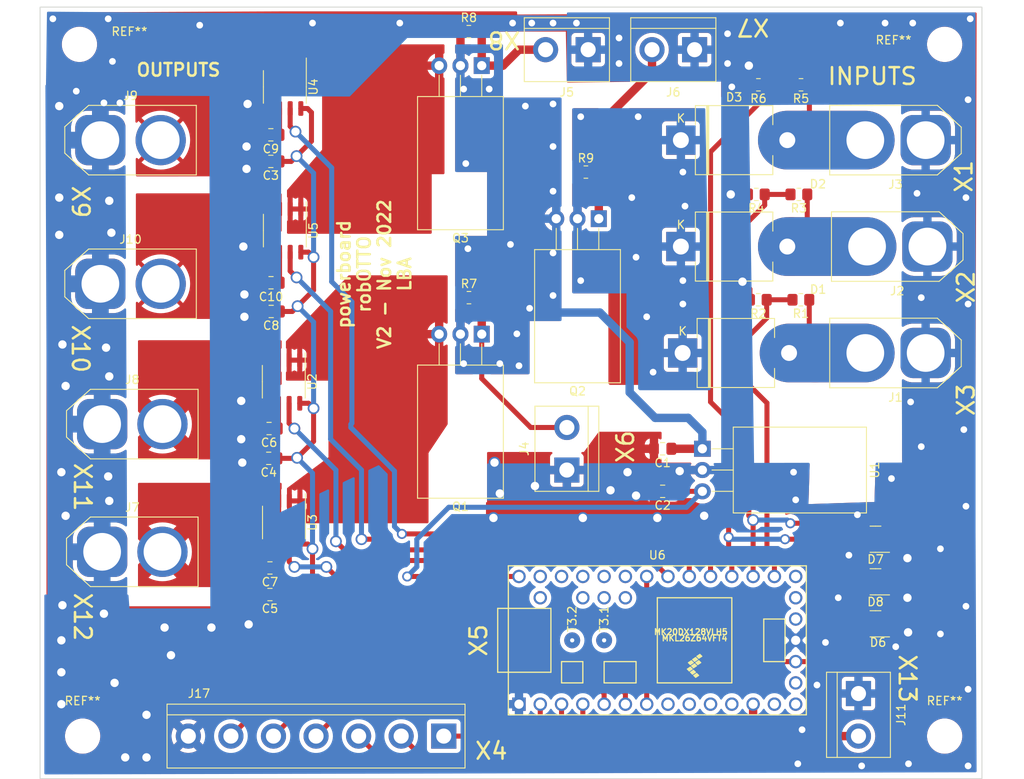
<source format=kicad_pcb>
(kicad_pcb (version 20211014) (generator pcbnew)
  (layers (0 "F.Cu" signal) (31 "B.Cu" signal) (34 "B.Paste" user) (35 "F.Paste" user) (36 "B.SilkS" user "B.Silkscreen") (37 "F.SilkS" user "F.Silkscreen") (38 "B.Mask" user) (39 "F.Mask" user) (44 "Edge.Cuts" user))
  (net 0 "")
  (net 1 "Net-(C1-Pad1)")
  (net 2 "GND")
  (net 3 "Net-(C6-Pad1)")
  (net 4 "Net-(C7-Pad1)")
  (net 5 "Net-(D1-Pad1)")
  (net 6 "Net-(D1-Pad2)")
  (net 7 "Net-(D2-Pad2)")
  (net 8 "Net-(D3-Pad2)")
  (net 9 "BAT1")
  (net 10 "BAT2")
  (net 11 "PS")
  (net 12 "+5V")
  (net 13 "+3.3V")
  (net 14 "Net-(J4-Pad2)")
  (net 15 "Net-(J5-Pad2)")
  (net 16 "Net-(J8-Pad2)")
  (net 17 "Net-(C9-Pad1)")
  (net 18 "Net-(C10-Pad1)")
  (net 19 "I4")
  (net 20 "Net-(J6-Pad2)")
  (net 21 "Net-(J7-Pad2)")
  (net 22 "Net-(J9-Pad2)")
  (net 23 "Net-(U6-Pad12)")
  (net 24 "Net-(Q1-Pad3)")
  (net 25 "Net-(Q3-Pad3)")
  (net 26 "I3")
  (net 29 "I1")
  (net 30 "I2")
  (net 44 "Net-(J17-Pad1)")
  (net 49 "Net-(J10-Pad2)")
  (net 50 "Net-(J17-Pad2)")
  (net 51 "Net-(J17-Pad3)")
  (net 52 "Net-(J17-Pad4)")
  (net 53 "Net-(J17-Pad5)")
  (net 54 "Net-(J17-Pad6)")
  (footprint "Package_SO:SO-8_3.9x4.9mm_P1.27mm" (layer "F.Cu") (at 189.23 78.105 -90)
    (fp_text reference "U5")
    (fp_text value "ACHS-712X")
  )
  (footprint "Resistor_SMD:R_0805_2012Metric_Pad1.20x1.40mm_HandSolder" (layer "F.Cu") (at 211.185 54.356)
    (fp_text reference "R8")
    (fp_text value "R")
  )
  (footprint "Package_TO_SOT_SMD:SOT-23" (layer "F.Cu") (at 259.715 120.015 180)
    (fp_text reference "D8")
    (fp_text value "BAT54S")
  )
  (footprint "MountingHole:MountingHole_3.2mm_M3" (layer "F.Cu") (at 165.1 138.43)
    (fp_text reference "REF**")
    (fp_text value "MountingHole_3.2mm_M3")
  )
  (footprint "Capacitor_SMD:C_0805_2012Metric_Pad1.18x1.45mm_HandSolder" (layer "F.Cu") (at 187.3035 105.283 180)
    (fp_text reference "C4")
    (fp_text value "1u")
  )
  (footprint "Resistor_SMD:R_0805_2012Metric_Pad1.20x1.40mm_HandSolder" (layer "F.Cu") (at 225.155 71.12)
    (fp_text reference "R9")
    (fp_text value "R")
  )
  (footprint "Package_TO_SOT_THT:TO-220-3_Horizontal_TabDown" (layer "F.Cu") (at 212.725 90.465 180)
    (fp_text reference "Q1")
    (fp_text value "Q_PMOS_GDS")
  )
  (footprint "Connector_AMASS:AMASS_XT60-F_1x02_P7.20mm_Vertical" (layer "F.Cu") (at 167.215 84.455)
    (fp_text reference "J10")
    (fp_text value "Conn_01x02_Male")
  )
  (footprint "Resistor_SMD:R_0805_2012Metric_Pad1.20x1.40mm_HandSolder" (layer "F.Cu") (at 250.809 86.36 180)
    (fp_text reference "R1")
    (fp_text value "R")
  )
  (footprint "Connector_AMASS:AMASS_XT60-M_1x02_P7.20mm_Vertical" (layer "F.Cu") (at 265.7 92.71 180)
    (fp_text reference "J1")
    (fp_text value "Conn_01x02_Male")
  )
  (footprint "Capacitor_SMD:C_0805_2012Metric_Pad1.18x1.45mm_HandSolder" (layer "F.Cu") (at 187.5575 69.85 180)
    (fp_text reference "C3")
    (fp_text value "C")
  )
  (footprint "robotto:TerminalBlock_bornier-2_P5.08mm" (layer "F.Cu") (at 222.885 106.68 90)
    (fp_text reference "J4")
    (fp_text value "Conn_01x02_Male")
  )
  (footprint "Resistor_SMD:R_0805_2012Metric_Pad1.20x1.40mm_HandSolder" (layer "F.Cu") (at 245.491 73.787 180)
    (fp_text reference "R4")
    (fp_text value "R")
  )
  (footprint "Capacitor_SMD:C_0805_2012Metric_Pad1.18x1.45mm_HandSolder" (layer "F.Cu") (at 187.6005 87.757 180)
    (fp_text reference "C8")
    (fp_text value "C")
  )
  (footprint "Capacitor_SMD:C_0805_2012Metric_Pad1.18x1.45mm_HandSolder" (layer "F.Cu") (at 187.452 118.364 180)
    (fp_text reference "C7")
    (fp_text value "C")
  )
  (footprint "MountingHole:MountingHole_3.2mm_M3" (layer "F.Cu") (at 164.719 55.88)
    (fp_text reference "REF**")
    (fp_text value "MountingHole_3.2mm_M3")
  )
  (footprint "Package_TO_SOT_THT:TO-220-3_Horizontal_TabDown" (layer "F.Cu") (at 226.695 76.685 180)
    (fp_text reference "Q2")
    (fp_text value "Q_PMOS_GDS")
  )
  (footprint "robotto-footprints:D_5KPW_P12.70mm_Horizontal" (layer "F.Cu") (at 236.49 67.31)
    (fp_text reference "D3")
    (fp_text value "D")
  )
  (footprint "robotto-footprints:D_5KPW_P12.70mm_Horizontal" (layer "F.Cu") (at 236.49 80.01)
    (fp_text reference "D2")
    (fp_text value "D")
  )
  (footprint "robotto:TerminalBlock_bornier-2_P5.08mm" (layer "F.Cu") (at 257.683 133.35 -90)
    (fp_text reference "J11")
    (fp_text value "Conn_01x02_Male")
  )
  (footprint "Package_TO_SOT_SMD:SOT-23" (layer "F.Cu") (at 259.715 114.935 180)
    (fp_text reference "D7")
    (fp_text value "BAT54S")
  )
  (footprint "Package_TO_SOT_SMD:SOT-23" (layer "F.Cu") (at 259.715 125.029 180)
    (fp_text reference "D6")
    (fp_text value "BAT54S")
  )
  (footprint "Package_TO_SOT_THT:TO-220-3_Horizontal_TabDown" (layer "F.Cu") (at 239.055 104.14 -90)
    (fp_text reference "U1")
    (fp_text value "L7805")
  )
  (footprint "Package_SO:SO-8_3.9x4.9mm_P1.27mm" (layer "F.Cu") (at 189.103 96.139 -90)
    (fp_text reference "U2")
    (fp_text value "ACHS-712X")
  )
  (footprint "Resistor_SMD:R_0805_2012Metric_Pad1.20x1.40mm_HandSolder" (layer "F.Cu") (at 250.825 60.706 180)
    (fp_text reference "R5")
    (fp_text value "R")
  )
  (footprint "Connector_AMASS:AMASS_XT60-F_1x02_P7.20mm_Vertical" (layer "F.Cu") (at 167.425 116.4375)
    (fp_text reference "J7")
    (fp_text value "Conn_01x02_Male")
  )
  (footprint "Resistor_SMD:R_0805_2012Metric_Pad1.20x1.40mm_HandSolder" (layer "F.Cu") (at 245.745 60.706 180)
    (fp_text reference "R6")
    (fp_text value "R")
  )
  (footprint "Connector_AMASS:AMASS_XT60-M_1x02_P7.20mm_Vertical" (layer "F.Cu") (at 265.91 80.01 180)
    (fp_text reference "J2")
    (fp_text value "Conn_01x02_Male")
  )
  (footprint "Package_TO_SOT_THT:TO-220-3_Horizontal_TabDown" (layer "F.Cu") (at 212.725 58.42 180)
    (fp_text reference "Q3")
    (fp_text value "Q_PMOS_GDS")
  )
  (footprint "Capacitor_SMD:C_0805_2012Metric_Pad1.18x1.45mm_HandSolder" (layer "F.Cu") (at 187.3465 101.727 180)
    (fp_text reference "C6")
    (fp_text value "1n")
  )
  (footprint "robotto:TerminalBlock_bornier-2_P5.08mm" (layer "F.Cu") (at 225.425 56.515 180)
    (fp_text reference "J5")
    (fp_text value "Conn_01x02_Male")
  )
  (footprint "Connector_AMASS:AMASS_XT60-M_1x02_P7.20mm_Vertical" (layer "F.Cu") (at 265.7 67.31 180)
    (fp_text reference "J3")
    (fp_text value "Conn_01x02_Male")
  )
  (footprint "Package_SO:SO-8_3.9x4.9mm_P1.27mm" (layer "F.Cu") (at 189.23 60.96 -90)
    (fp_text reference "U4")
    (fp_text value "ACHS-712X")
  )
  (footprint "Package_SO:SO-8_3.9x4.9mm_P1.27mm" (layer "F.Cu") (at 189.1245 112.938 -90)
    (fp_text reference "U3")
    (fp_text value "ACHS-712X")
  )
  (footprint "MountingHole:MountingHole_3.2mm_M3" (layer "F.Cu") (at 267.97 138.43)
    (fp_text reference "REF**")
    (fp_text value "MountingHole_3.2mm_M3")
  )
  (footprint "Resistor_SMD:R_0805_2012Metric_Pad1.20x1.40mm_HandSolder" (layer "F.Cu") (at 245.729 86.36 180)
    (fp_text reference "R2")
    (fp_text value "R")
  )
  (footprint "robotto-footprints:Teensy30_31_32_LC" (layer "F.Cu") (at 233.68 127)
    (fp_text reference "U6")
    (fp_text value "Teensy3.2")
  )
  (footprint "robotto:TerminalBlock_bornier-2_P5.08mm" (layer "F.Cu") (at 238.125 56.515 180)
    (fp_text reference "J6")
    (fp_text value "Conn_01x02_Male")
  )
  (footprint "Capacitor_SMD:C_0805_2012Metric_Pad1.18x1.45mm_HandSolder" (layer "F.Cu") (at 187.579 84.328 180)
    (fp_text reference "C10")
    (fp_text value "C")
  )
  (footprint "Capacitor_SMD:C_0805_2012Metric_Pad1.18x1.45mm_HandSolder" (layer "F.Cu") (at 187.452 121.539 180)
    (fp_text reference "C5")
    (fp_text value "C")
  )
  (footprint "Capacitor_SMD:C_0805_2012Metric_Pad1.18x1.45mm_HandSolder" (layer "F.Cu") (at 234.315 104.14 180)
    (fp_text reference "C1")
    (fp_text value "C")
  )
  (footprint "Connector_AMASS:AMASS_XT60-F_1x02_P7.20mm_Vertical" (layer "F.Cu") (at 167.425 101.1975)
    (fp_text reference "J8")
    (fp_text value "Conn_01x02_Male")
  )
  (footprint "Capacitor_SMD:C_0805_2012Metric_Pad1.18x1.45mm_HandSolder" (layer "F.Cu") (at 187.5575 66.675 180)
    (fp_text reference "C9")
    (fp_text value "C")
  )
  (footprint "robotto-footprints:D_5KPW_P12.70mm_Horizontal" (layer "F.Cu") (at 236.7 92.71)
    (fp_text reference "D1")
    (fp_text value "D")
  )
  (footprint "Resistor_SMD:R_0805_2012Metric_Pad1.20x1.40mm_HandSolder" (layer "F.Cu") (at 211.201 86.106)
    (fp_text reference "R7")
    (fp_text value "R")
  )
  (footprint "Capacitor_SMD:C_0805_2012Metric_Pad1.18x1.45mm_HandSolder" (layer "F.Cu") (at 234.315 109.22 180)
    (fp_text reference "C2")
    (fp_text value "C")
  )
  (footprint "Connector_AMASS:AMASS_XT60-F_1x02_P7.20mm_Vertical" (layer "F.Cu") (at 167.215 67.31)
    (fp_text reference "J9")
    (fp_text value "Conn_01x02_Male")
  )
  (footprint "MountingHole:MountingHole_3.2mm_M3" (layer "F.Cu") (at 267.97 55.88)
    (fp_text reference "REF**")
    (fp_text value "MountingHole_3.2mm_M3")
  )
  (footprint "Resistor_SMD:R_0805_2012Metric_Pad1.20x1.40mm_HandSolder" (layer "F.Cu") (at 250.571 73.787 180)
    (fp_text reference "R3")
    (fp_text value "R")
  )
  (footprint "robotto:TerminalBlock_bornier-7_P5.08mm" (layer "F.Cu") (at 208.1925 138.43 180)
    (fp_text reference "J17")
    (fp_text value "Conn_01x07_Female")
  )
  (gr_rect (start 272.415 143.51) (end 160.02 51.435) (layer "Edge.Cuts") (width 0.1) (fill none))
  (gr_text "X6" (at 229.87 103.886 90) (layer "F.SilkS") (effects (font (size 2 2) (thickness 0.3))))
  (gr_text "X7" (at 245.11 53.848 180) (layer "F.SilkS") (effects (font (size 2 2) (thickness 0.3))))
  (gr_text "INPUTS" (at 259.334 59.69) (layer "F.SilkS") (effects (font (size 2 2) (thickness 0.3))))
  (gr_text "X9" (at 164.846 74.676 270) (layer "F.SilkS") (effects (font (size 2 2) (thickness 0.3))))
  (gr_text "X8" (at 215.392 55.372 180) (layer "F.SilkS") (effects (font (size 2 2) (thickness 0.3))))
  (gr_text "X2" (at 270.51 84.836 90) (layer "F.SilkS") (effects (font (size 2 2) (thickness 0.3))))
  (gr_text "X4" (at 213.868 140.208) (layer "F.SilkS") (effects (font (size 2 2) (thickness 0.3))))
  (gr_text "X10" (at 164.846 92.202 270) (layer "F.SilkS") (effects (font (size 2 2) (thickness 0.3))))
  (gr_text "powerboard\nrobOTTO\nV2 - Nov 2022\nLBA" (at 199.898 83.312 90) (layer "F.SilkS") (effects (font (size 1.5 1.5) (thickness 0.3))))
  (gr_text "X11" (at 165.1 108.712 270) (layer "F.SilkS") (effects (font (size 2 2) (thickness 0.3))))
  (gr_text "X13" (at 263.525 131.572 270) (layer "F.SilkS") (effects (font (size 2 2) (thickness 0.3))))
  (gr_text "X12" (at 165.1 124.206 270) (layer "F.SilkS") (effects (font (size 2 2) (thickness 0.3))))
  (gr_text "X3" (at 270.51 98.298 90) (layer "F.SilkS") (effects (font (size 2 2) (thickness 0.3))))
  (gr_text "X5" (at 212.344 127 90) (layer "F.SilkS") (effects (font (size 2 2) (thickness 0.3))))
  (gr_text "OUTPUTS" (at 176.53 58.928) (layer "F.SilkS") (effects (font (size 1.5 1.5) (thickness 0.3))))
  (gr_text "X1" (at 270.256 71.628 90) (layer "F.SilkS") (effects (font (size 2 2) (thickness 0.3))))
  (segment (start 210.185 90.465) (end 210.185 86.122) (width 1) (layer "F.Cu") (net 1))
  (segment (start 210.185 86.122) (end 210.201 86.106) (width 1) (layer "F.Cu") (net 1))
  (segment (start 239.055 104.14) (end 235.3525 104.14) (width 1) (layer "F.Cu") (net 1))
  (segment (start 210.185 54.356) (end 210.185 58.42) (width 1) (layer "F.Cu") (net 1))
  (via (at 221.234 62.992) (size 1.2) (drill 0.8) (layers "F.Cu" "B.Cu") (net 1))
  (via (at 210.566 93.98) (size 1.2) (drill 0.8) (layers "F.Cu" "B.Cu") (net 1))
  (via (at 213.614 61.214) (size 1.2) (drill 0.8) (layers "F.Cu" "B.Cu") (net 1))
  (via (at 210.82 70.104) (size 1.2) (drill 0.8) (layers "F.Cu" "B.Cu") (net 1))
  (via (at 211.074 80.264) (size 1.2) (drill 0.8) (layers "F.Cu" "B.Cu") (net 1))
  (via (at 216.154 79.756) (size 1.2) (drill 0.8) (layers "F.Cu" "B.Cu") (net 1))
  (via (at 214.884 93.98) (size 1.2) (drill 0.8) (layers "F.Cu" "B.Cu") (net 1))
  (via (at 216.916 90.424) (size 1.2) (drill 0.8) (layers "F.Cu" "B.Cu") (net 1))
  (via (at 221.234 68.072) (size 1.2) (drill 0.8) (layers "F.Cu" "B.Cu") (net 1))
  (via (at 221.234 85.852) (size 1.2) (drill 0.8) (layers "F.Cu" "B.Cu") (net 1))
  (via (at 221.234 80.772) (size 1.2) (drill 0.8) (layers "F.Cu" "B.Cu") (net 1))
  (via (at 221.234 73.406) (size 1.2) (drill 0.8) (layers "F.Cu" "B.Cu") (net 1))
  (via (at 218.44 87.376) (size 1.2) (drill 0.8) (layers "F.Cu" "B.Cu") (net 1))
  (via (at 210.566 61.214) (size 1.2) (drill 0.8) (layers "F.Cu" "B.Cu") (net 1))
  (via (at 217.17 94.234) (size 1.2) (drill 0.8) (layers "F.Cu" "B.Cu") (net 1))
  (via (at 217.932 63.246) (size 1.2) (drill 0.8) (layers "F.Cu" "B.Cu") (net 1))
  (segment (start 239.055 104.14) (end 239.055 102.149) (width 1) (layer "B.Cu") (net 1))
  (segment (start 230.378 97.409) (end 230.378 91.44) (width 1) (layer "B.Cu") (net 1))
  (segment (start 230.378 91.44) (end 226.822 87.884) (width 1) (layer "B.Cu") (net 1))
  (segment (start 233.426 100.457) (end 230.378 97.409) (width 1) (layer "B.Cu") (net 1))
  (segment (start 237.363 100.457) (end 233.426 100.457) (width 1) (layer "B.Cu") (net 1))
  (segment (start 226.822 87.884) (end 221.107 87.884) (width 1) (layer "B.Cu") (net 1))
  (segment (start 239.055 102.149) (end 237.363 100.457) (width 1) (layer "B.Cu") (net 1))
  (segment (start 260.6525 115.885) (end 262.219 115.885) (width 0.6) (layer "F.Cu") (net 2))
  (segment (start 262.57 120.965) (end 263.525 121.92) (width 0.6) (layer "F.Cu") (net 2))
  (segment (start 244.729 86.36) (end 244.729 85.09) (width 0.6) (layer "F.Cu") (net 2))
  (segment (start 260.6525 120.965) (end 262.57 120.965) (width 0.6) (layer "F.Cu") (net 2))
  (segment (start 244.491 73.787) (end 242.443 73.787) (width 0.6) (layer "F.Cu") (net 2))
  (segment (start 244.729 85.09) (end 243.84 84.201) (width 0.6) (layer "F.Cu") (net 2))
  (segment (start 263.5375 125.979) (end 260.6525 125.979) (width 0.6) (layer "F.Cu") (net 2))
  (segment (start 263.6035 126.045) (end 263.5375 125.979) (width 0.6) (layer "F.Cu") (net 2))
  (segment (start 244.745 58.563) (end 244.602 58.42) (width 0.6) (layer "F.Cu") (net 2))
  (segment (start 262.219 115.885) (end 263.525 117.191) (width 0.6) (layer "F.Cu") (net 2))
  (via (at 261.62 107.696) (size 1.2) (drill 0.8) (layers "F.Cu" "B.Cu") (net 2))
  (via (at 162.56 134.62) (size 1.4) (drill 1) (layers "F.Cu" "B.Cu") (net 2))
  (via (at 168.148 52.832) (size 1.2) (drill 0.8) (layers "F.Cu" "B.Cu") (net 2))
  (via (at 162.306 63.246) (size 1.4) (drill 1) (layers "F.Cu" "B.Cu") (net 2))
  (via (at 167.894 92.075) (size 1.4) (drill 1) (layers "F.Cu" "B.Cu") (net 2))
  (via (at 242.062 58.166) (size 1.2) (drill 0.8) (layers "F.Cu" "B.Cu") (net 2))
  (via (at 267.462 126.238) (size 1.2) (drill 0.8) (layers "F.Cu" "B.Cu") (net 2))
  (via (at 163.068 112.141) (size 1.4) (drill 1) (layers "F.Cu" "B.Cu") (net 2))
  (via (at 172.72 135.89) (size 1.4) (drill 1) (layers "F.Cu" "B.Cu") (net 2))
  (via (at 231.14 109.728) (size 1.4) (drill 1) (layers "F.Cu" "B.Cu") (net 2))
  (via (at 184.912 125.095) (size 1.4) (drill 1) (layers "F.Cu" "B.Cu") (net 2))
  (via (at 214.122 112.395) (size 1.4) (drill 1) (layers "F.Cu" "B.Cu") (net 2))
  (via (at 270.256 101.854) (size 1.2) (drill 0.8) (layers "F.Cu" "B.Cu") (net 2))
  (via (at 216.408 53.34) (size 1.2) (drill 0.8) (layers "F.Cu" "B.Cu") (net 2))
  (via (at 255.524 53.34) (size 1.2) (drill 0.8) (layers "F.Cu" "B.Cu") (net 2))
  (via (at 164.338 61.468) (size 1.2) (drill 0.8) (layers "F.Cu" "B.Cu") (net 2))
  (via (at 162.56 127) (size 1.4) (drill 1) (layers "F.Cu" "B.Cu") (net 2))
  (via (at 168.91 132.08) (size 1.4) (drill 1) (layers "F.Cu" "B.Cu") (net 2))
  (via (at 179.07 53.594) (size 1.2) (drill 0.8) (layers "F.Cu" "B.Cu") (net 2))
  (via (at 168.656 57.912) (size 1.2) (drill 0.8) (layers "F.Cu" "B.Cu") (net 2))
  (via (at 228.092 109.093) (size 1.4) (drill 1) (layers "F.Cu" "B.Cu") (net 2))
  (via (at 257.556 112.014) (size 1.2) (drill 0.8) (layers "F.Cu" "B.Cu") (net 2))
  (via (at 250.444 141.732) (size 1.2) (drill 0.8) (layers "F.Cu" "B.Cu") (net 2))
  (via (at 224.79 112.395) (size 1.4) (drill 1) (layers "F.Cu" "B.Cu") (net 2))
  (via (at 224.028 53.34) (size 1.2) (drill 0.8) (layers "F.Cu" "B.Cu") (net 2))
  (via (at 162.687 122.809) (size 1.4) (drill 1) (layers "F.Cu" "B.Cu") (net 2))
  (via (at 270.764 141.986) (size 1.2) (drill 0.8) (layers "F.Cu" "B.Cu") (net 2))
  (via (at 163.068 96.647) (size 1.4) (drill 1) (layers "F.Cu" "B.Cu") (net 2))
  (via (at 255.27 121.92) (size 1.2) (drill 0.8) (layers "F.Cu" "B.Cu") (net 2))
  (via (at 221.234 53.34) (size 1.2) (drill 0.8) (layers "F.Cu" "B.Cu") (net 2))
  (via (at 253.746 127.254) (size 1.2) (drill 0.8) (layers "F.Cu" "B.Cu") (net 2))
  (via (at 184.658 70.739) (size 1.4) (drill 1) (layers "F.Cu" "B.Cu") (net 2))
  (via (at 162.306 78.613) (size 1.4) (drill 1) (layers "F.Cu" "B.Cu") (net 2))
  (via (at 262.128 127.762) (size 1.2) (drill 0.8) (layers "F.Cu" "B.Cu") (net 2))
  (via (at 270.51 122.936) (size 1.2) (drill 0.8) (layers "F.Cu" "B.Cu") (net 2))
  (via (at 243.84 84.201) (size 1.4) (drill 1) (layers "F.Cu" "B.Cu") (net 2))
  (via (at 267.462 116.078) (size 1.2) (drill 0.8) (layers "F.Cu" "B.Cu") (net 2))
  (via (at 236.347 106.807) (size 1.4) (drill 1) (layers "F.Cu" "B.Cu") (net 2))
  (via (at 214.249 105.791) (size 1.4) (drill 1) (layers "F.Cu" "B.Cu") (net 2))
  (via (at 168.148 107.442) (size 1.4) (drill 1) (layers "F.Cu" "B.Cu") (net 2))
  (via (at 242.062 54.61) (size 1.2) (drill 0.8) (layers "F.Cu" "B.Cu") (net 2))
  (via (at 184.404 85.725) (size 1.4) (drill 1) (layers "F.Cu" "B.Cu") (net 2))
  (via (at 270.764 86.868) (size 1.2) (drill 0.8) (layers "F.Cu" "B.Cu") (net 2))
  (via (at 263.652 141.732) (size 1.2) (drill 0.8) (layers "F.Cu" "B.Cu") (net 2))
  (via (at 230.124 106.934) (size 1.4) (drill 1) (layers "F.Cu" "B.Cu") (net 2))
  (via (at 184.023 102.997) (size 1.4) (drill 1) (layers "F.Cu" "B.Cu") (net 2))
  (via (at 167.64 62.865) (size 1.2) (drill 0.8) (layers "F.Cu" "B.Cu") (net 2))
  (via (at 184.15 105.791) (size 1.4) (drill 1) (layers "F.Cu" "B.Cu") (net 2))
  (via (at 162.56 106.934) (size 1.4) (drill 1) (layers "F.Cu" "B.Cu") (net 2))
  (via (at 168.529 78.359) (size 1.4) (drill 1) (layers "F.Cu" "B.Cu") (net 2))
  (via (at 169.545 62.865) (size 1.2) (drill 0.8) (layers "F.Cu" "B.Cu") (net 2))
  (via (at 270.51 110.998) (size 1.2) (drill 0.8) (layers "F.Cu" "B.Cu") (net 2))
  (via (at 264.668 73.66) (size 1.2) (drill 0.8) (layers "F.Cu" "B.Cu") (net 2))
  (via (at 192.532 53.34) (size 1.2) (drill 0.8) (layers "F.Cu" "B.Cu") (net 2))
  (via (at 242.57 60.96) (size 1.2) (drill 0.8) (layers "F.Cu" "B.Cu") (net 2))
  (via (at 162.687 91.694) (size 1.4) (drill 1) (layers "F.Cu" "B.Cu") (net 2))
  (via (at 170.18 140.97) (size 1.4) (drill 1) (layers "F.Cu" "B.Cu") (net 2))
  (via (at 264.16 53.34) (size 1.2) (drill 0.8) (layers "F.Cu" "B.Cu") (net 2))
  (via (at 174.879 125.476) (size 1.4) (drill 1) (layers "F.Cu" "B.Cu") (net 2))
  (via (at 184.404 88.392) (size 1.4) (drill 1) (layers "F.Cu" "B.Cu") (net 2))
  (via (at 162.56 130.81) (size 1.4) (drill 1) (layers "F.Cu" "B.Cu") (net 2))
  (via (at 214.884 109.474) (size 1.4) (drill 1) (layers "F.Cu" "B.Cu") (net 2))
  (via (at 180.467 125.476) (size 1.4) (drill 1) (layers "F.Cu" "B.Cu") (net 2))
  (via (at 270.51 74.168) (size 1.2) (drill 0.8) (layers "F.Cu" "B.Cu") (net 2))
  (via (at 175.641 128.778) (size 1.4) (drill 1) (layers "F.Cu" "B.Cu") (net 2))
  (via (at 168.275 74.549) (size 1.4) (drill 1) (layers "F.Cu" "B.Cu") (net 2))
  (via (at 271.018 52.832) (size 1.2) (drill 0.8) (layers "F.Cu" "B.Cu") (net 2))
  (via (at 202.946 53.34) (size 1.2) (drill 0.8) (layers "F.Cu" "B.Cu") (net 2))
  (via (at 162.306 74.168) (size 1.4) (drill 1) (layers "F.Cu" "B.Cu") (net 2))
  (via (at 242.443 73.787) (size 1.4) (drill 1) (layers "F.Cu" "B.Cu") (net 2))
  (via (at 249.936 106.934) (size 1.2) (drill 0.8) (layers "F.Cu" "B.Cu") (net 2))
  (via (at 270.764 132.842) (size 1.2) (drill 0.8) (layers "F.Cu" "B.Cu") (net 2))
  (via (at 184.658 68.072) (size 1.4) (drill 1) (layers "F.Cu" "B.Cu") (net 2))
  (via (at 260.858 53.34) (size 1.2) (drill 0.8) (layers "F.Cu" "B.Cu") (net 2))
  (via (at 270.764 62.484) (size 1.2) (drill 0.8) (layers "F.Cu" "B.Cu") (net 2))
  (via (at 167.64 123.825) (size 1.4) (drill 1) (layers "F.Cu" "B.Cu") (net 2))
  (via (at 184.277 80.01) (size 1.4) (drill 1) (layers "F.Cu" "B.Cu") (net 2))
  (via (at 229.108 58.166) (size 1.2) (drill 0.8) (layers "F.Cu" "B.Cu") (net 2))
  (via (at 265.176 103.886) (size 1.2) (drill 0.8) (layers "F.Cu" "B.Cu") (net 2))
  (via (at 239.268 112.141) (size 1.4) (drill 1) (layers "F.Cu" "B.Cu") (net 2))
  (via (at 263.6035 126.045) (size 1.4) (drill 1) (layers "F.Cu" "B.Cu") (net 2))
  (via (at 256.54 116.84) (size 1.2) (drill 0.8) (layers "F.Cu" "B.Cu") (net 2))
  (via (at 252.73 132.334) (size 1.2) (drill 0.8) (layers "F.Cu" "B.Cu") (net 2))
  (via (at 168.275 110.363) (size 1.4) (drill 1) (layers "F.Cu" "B.Cu") (net 2))
  (via (at 168.275 95.504) (size 1.4) (drill 1) (layers "F.Cu" "B.Cu") (net 2))
  (via (at 233.68 112.395) (size 1.4) (drill 1) (layers "F.Cu" "B.Cu") (net 2))
  (via (at 184.785 62.992) (size 1.4) (drill 1) (layers "F.Cu" "B.Cu") (net 2))
  (via (at 184.023 98.425) (size 1.4) (drill 1) (layers "F.Cu" "B.Cu") (net 2))
  (via (at 263.906 98.552) (size 1.2) (drill 0.8) (layers "F.Cu" "B.Cu") (net 2))
  (via (at 250.19 110.236) (size 1.2) (drill 0.8) (layers "F.Cu" "B.Cu") (net 2))
  (via (at 258.064 141.986) (size 1.2) (drill 0.8) (layers "F.Cu" "B.Cu") (net 2))
  (via (at 244.602 58.42) (size 1.4) (drill 1) (layers "F.Cu" "B.Cu") (net 2))
  (via (at 265.176 86.106) (size 1.2) (drill 0.8) (layers "F.Cu" "B.Cu") (net 2))
  (via (at 219.075 108.585) (size 1.4) (drill 1) (layers "F.Cu" "B.Cu") (net 2))
  (via (at 218.694 53.34) (size 1.2) (drill 0.8) (layers "F.Cu" "B.Cu") (net 2))
  (via (at 263.525 121.92) (size 1.4) (drill 1) (layers "F.Cu" "B.Cu") (net 2))
  (via (at 161.544 52.832) (size 1.2) (drill 0.8) (layers "F.Cu" "B.Cu") (net 2))
  (via (at 172.72 140.97) (size 1.4) (drill 1) (layers "F.Cu" "B.Cu") (net 2))
  (via (at 263.525 117.191) (size 1.4) (drill 1) (layers "F.Cu" "B.Cu") (net 2))
  (via (at 229.108 55.118) (size 1.2) (drill 0.8) (layers "F.Cu" "B.Cu") (net 2))
  (via (at 250.952 137.668) (size 1.2) (drill 0.8) (layers "F.Cu" "B.Cu") (net 2))
  (segment (start 188.468 101.643) (end 188.384 101.727) (width 0.6) (layer "F.Cu") (net 3))
  (segment (start 188.468 98.714) (end 188.468 101.643) (width 0.6) (layer "F.Cu") (net 3))
  (segment (start 188.4895 115.513) (end 188.4895 118.364) (width 0.6) (layer "F.Cu") (net 4))
  (segment (start 224.155 76.685) (end 224.155 71.12) (width 1) (layer "F.Cu") (net 5))
  (via (at 230.632 74.168) (size 1.2) (drill 0.8) (layers "F.Cu" "B.Cu") (net 5))
  (via (at 236.728 71.12) (size 1.2) (drill 0.8) (layers "F.Cu" "B.Cu") (net 5))
  (via (at 224.536 84.074) (size 1.2) (drill 0.8) (layers "F.Cu" "B.Cu") (net 5))
  (via (at 224.536 64.516) (size 1.2) (drill 0.8) (layers "F.Cu" "B.Cu") (net 5))
  (via (at 231.394 64.516) (size 1.2) (drill 0.8) (layers "F.Cu" "B.Cu") (net 5))
  (via (at 233.172 94.996) (size 1.2) (drill 0.8) (layers "F.Cu" "B.Cu") (net 5))
  (via (at 236.728 86.868) (size 1.2) (drill 0.8) (layers "F.Cu" "B.Cu") (net 5))
  (via (at 232.41 88.392) (size 1.2) (drill 0.8) (layers "F.Cu" "B.Cu") (net 5))
  (via (at 231.14 81.28) (size 1.2) (drill 0.8) (layers "F.Cu" "B.Cu") (net 5))
  (via (at 236.728 84.074) (size 1.2) (drill 0.8) (layers "F.Cu" "B.Cu") (net 5))
  (via (at 236.982 75.184) (size 1.2) (drill 0.8) (layers "F.Cu" "B.Cu") (net 5))
  (segment (start 251.809 92.043) (end 252.476 92.71) (width 0.6) (layer "F.Cu") (net 6))
  (segment (start 252.476 92.71) (end 249.4 92.71) (width 7) (layer "F.Cu") (net 6))
  (segment (start 258.5 92.71) (end 252.476 92.71) (width 7) (layer "F.Cu") (net 6))
  (segment (start 251.809 86.36) (end 251.809 92.043) (width 0.6) (layer "F.Cu") (net 6))
  (segment (start 249.4 92.71) (end 258.5 92.71) (width 7) (layer "B.Cu") (net 6))
  (segment (start 251.571 78.121) (end 249.682 80.01) (width 0.6) (layer "F.Cu") (net 7))
  (segment (start 249.682 80.01) (end 249.19 80.01) (width 7) (layer "F.Cu") (net 7))
  (segment (start 258.71 80.01) (end 249.682 80.01) (width 7) (layer "F.Cu") (net 7))
  (segment (start 251.571 73.787) (end 251.571 78.121) (width 0.6) (layer "F.Cu") (net 7))
  (segment (start 249.19 80.01) (end 258.71 80.01) (width 7) (layer "B.Cu") (net 7))
  (segment (start 258.5 67.31) (end 251.206 67.31) (width 7) (layer "F.Cu") (net 8))
  (segment (start 251.206 67.31) (end 249.19 67.31) (width 7) (layer "F.Cu") (net 8))
  (segment (start 251.825 60.706) (end 251.825 66.691) (width 0.6) (layer "F.Cu") (net 8))
  (segment (start 251.825 66.691) (end 251.206 67.31) (width 0.6) (layer "F.Cu") (net 8))
  (segment (start 249.19 67.31) (end 258.5 67.31) (width 7) (layer "B.Cu") (net 8))
  (segment (start 254.635 115.57) (end 254 114.935) (width 0.6) (layer "F.Cu") (net 9))
  (segment (start 240.03 98.552) (end 242.189 100.711) (width 0.6) (layer "F.Cu") (net 9))
  (segment (start 254.635 118.11) (end 254.635 115.57) (width 0.6) (layer "F.Cu") (net 9))
  (segment (start 249.825 60.706) (end 246.745 60.706) (width 0.6) (layer "F.Cu") (net 9))
  (segment (start 258.7775 120.015) (end 256.54 120.015) (width 0.6) (layer "F.Cu") (net 9))
  (segment (start 242.189 114.681) (end 242.189 117.094) (width 0.6) (layer "F.Cu") (net 9))
  (segment (start 242.189 117.094) (end 242.57 117.475) (width 0.6) (layer "F.Cu") (net 9))
  (segment (start 254 114.935) (end 248.92 114.935) (width 0.6) (layer "F.Cu") (net 9))
  (segment (start 246.745 60.706) (end 246.745 61.992) (width 0.6) (layer "F.Cu") (net 9))
  (segment (start 242.189 100.711) (end 242.189 114.681) (width 0.6) (layer "F.Cu") (net 9))
  (segment (start 240.03 68.707) (end 240.03 98.552) (width 0.6) (layer "F.Cu") (net 9))
  (segment (start 256.54 120.015) (end 254.635 118.11) (width 0.6) (layer "F.Cu") (net 9))
  (segment (start 246.745 61.992) (end 240.03 68.707) (width 0.6) (layer "F.Cu") (net 9))
  (segment (start 242.57 117.475) (end 242.57 119.38) (width 0.6) (layer "F.Cu") (net 9))
  (via (at 248.92 114.935) (size 1.2) (drill 0.8) (layers "F.Cu" "B.Cu") (net 9))
  (via (at 242.189 114.681) (size 1.2) (drill 0.8) (layers "F.Cu" "B.Cu") (net 9))
  (segment (start 248.92 114.935) (end 242.443 114.935) (width 0.6) (layer "B.Cu") (net 9))
  (segment (start 242.443 114.935) (end 242.189 114.681) (width 0.6) (layer "B.Cu") (net 9))
  (segment (start 249.571 73.787) (end 246.491 73.787) (width 0.6) (layer "F.Cu") (net 10))
  (segment (start 258.7775 114.935) (end 257.175 114.935) (width 0.6) (layer "F.Cu") (net 10))
  (segment (start 246.491 75.073) (end 242.443 79.121) (width 0.6) (layer "F.Cu") (net 10))
  (segment (start 257.175 114.935) (end 255.27 113.03) (width 0.6) (layer "F.Cu") (net 10))
  (segment (start 244.602 112.141) (end 245.11 112.649) (width 0.6) (layer "F.Cu") (net 10))
  (segment (start 242.443 97.536) (end 244.602 99.695) (width 0.6) (layer "F.Cu") (net 10))
  (segment (start 242.443 79.121) (end 242.443 97.536) (width 0.6) (layer "F.Cu") (net 10))
  (segment (start 246.491 73.787) (end 246.491 75.073) (width 0.6) (layer "F.Cu") (net 10))
  (segment (start 244.602 99.695) (end 244.602 112.141) (width 0.6) (layer "F.Cu") (net 10))
  (segment (start 255.27 113.03) (end 249.555 113.03) (width 0.6) (layer "F.Cu") (net 10))
  (segment (start 245.11 119.38) (end 245.11 112.649) (width 0.6) (layer "F.Cu") (net 10))
  (via (at 245.11 112.649) (size 1.4) (drill 1) (layers "F.Cu" "B.Cu") (net 10))
  (via (at 249.555 113.03) (size 1.2) (drill 0.8) (layers "F.Cu" "B.Cu") (net 10))
  (segment (start 249.174 112.649) (end 249.555 113.03) (width 0.6) (layer "B.Cu") (net 10))
  (segment (start 245.11 112.649) (end 249.174 112.649) (width 0.6) (layer "B.Cu") (net 10))
  (segment (start 244.475 90.805) (end 244.475 96.393) (width 0.6) (layer "F.Cu") (net 11))
  (segment (start 247.65 117.475) (end 248.285 116.84) (width 0.6) (layer "F.Cu") (net 11))
  (segment (start 246.761 98.679) (end 246.761 116.586) (width 0.6) (layer "F.Cu") (net 11))
  (segment (start 246.729 86.36) (end 246.729 88.551) (width 0.6) (layer "F.Cu") (net 11))
  (segment (start 254.569 125.029) (end 258.7775 125.029) (width 0.6) (layer "F.Cu") (net 11))
  (segment (start 251.46 116.84) (end 252.73 118.11) (width 0.6) (layer "F.Cu") (net 11))
  (segment (start 246.729 88.551) (end 244.475 90.805) (width 0.6) (layer "F.Cu") (net 11))
  (segment (start 252.73 118.11) (end 252.73 123.19) (width 0.6) (layer "F.Cu") (net 11))
  (segment (start 252.73 123.19) (end 254.569 125.029) (width 0.6) (layer "F.Cu") (net 11))
  (segment (start 244.475 96.393) (end 246.761 98.679) (width 0.6) (layer "F.Cu") (net 11))
  (segment (start 248.285 116.84) (end 251.46 116.84) (width 0.6) (layer "F.Cu") (net 11))
  (segment (start 247.65 117.475) (end 247.65 119.38) (width 0.6) (layer "F.Cu") (net 11))
  (segment (start 249.809 86.36) (end 246.729 86.36) (width 0.6) (layer "F.Cu") (net 11))
  (segment (start 246.761 116.586) (end 247.65 117.475) (width 0.6) (layer "F.Cu") (net 11))
  (segment (start 239.055 109.22) (end 235.3525 109.22) (width 0.6) (layer "F.Cu") (net 12))
  (segment (start 217.17 119.38) (end 203.835 119.38) (width 0.6) (layer "F.Cu") (net 12))
  (via (at 203.835 119.38) (size 1.2) (drill 0.8) (layers "F.Cu" "B.Cu") (net 12))
  (segment (start 204.978 118.237) (end 203.835 119.38) (width 0.6) (layer "B.Cu") (net 12))
  (segment (start 204.978 114.935) (end 204.978 118.237) (width 0.6) (layer "B.Cu") (net 12))
  (segment (start 237.15 111.125) (end 239.055 109.22) (width 0.6) (layer "B.Cu") (net 12))
  (segment (start 204.978 114.935) (end 208.788 111.125) (width 0.6) (layer "B.Cu") (net 12))
  (segment (start 208.788 111.125) (end 237.15 111.125) (width 0.6) (layer "B.Cu") (net 12))
  (segment (start 190.627 105.283) (end 188.341 105.283) (width 0.6) (layer "F.Cu") (net 13))
  (segment (start 190.6905 105.2195) (end 190.627 105.283) (width 0.6) (layer "F.Cu") (net 13))
  (segment (start 191.135 63.535) (end 191.932 63.535) (width 0.6) (layer "F.Cu") (net 13))
  (segment (start 191.008 98.714) (end 192.059 98.714) (width 0.6) (layer "F.Cu") (net 13))
  (segment (start 190.119 87.757) (end 188.638 87.757) (width 0.6) (layer "F.Cu") (net 13))
  (segment (start 263.9795 119.065) (end 264.54725 118.49725) (width 0.6) (layer "F.Cu") (net 13))
  (segment (start 197.739 128.905) (end 190.373 121.539) (width 0.6) (layer "F.Cu") (net 13))
  (segment (start 191.0295 115.513) (end 191.967 115.513) (width 0.6) (layer "F.Cu") (net 13))
  (segment (start 231.775 128.905) (end 197.739 128.905) (width 0.6) (layer "F.Cu") (net 13))
  (segment (start 191.967 115.513) (end 192.532 116.078) (width 0.6) (layer "F.Cu") (net 13))
  (segment (start 189.992 69.85) (end 188.595 69.85) (width 0.6) (layer "F.Cu") (net 13))
  (segment (start 264.54725 118.49725) (end 264.2995 118.745) (width 0.6) (layer "F.Cu") (net 13))
  (segment (start 191.135 80.68) (end 192.059 80.68) (width 0.6) (layer "F.Cu") (net 13))
  (segment (start 192.659 81.28) (end 192.659 85.217) (width 0.6) (layer "F.Cu") (net 13))
  (segment (start 250.19 129.54) (end 264.16 129.54) (width 0.6) (layer "F.Cu") (net 13))
  (segment (start 192.532 116.078) (end 192.532 119.38) (width 0.6) (layer "F.Cu") (net 13))
  (segment (start 232.41 129.54) (end 231.775 128.905) (width 0.6) (layer "F.Cu") (net 13))
  (segment (start 190.373 121.539) (end 188.4895 121.539) (width 0.6) (layer "F.Cu") (net 13))
  (segment (start 260.6525 113.985) (end 264.48 113.985) (width 0.6) (layer "F.Cu") (net 13))
  (segment (start 265.5085 122.997) (end 264.4265 124.079) (width 0.6) (layer "F.Cu") (net 13))
  (segment (start 265.5085 117.536) (end 264.54725 118.49725) (width 0.6) (layer "F.Cu") (net 13))
  (segment (start 192.532 119.38) (end 190.373 121.539) (width 0.6) (layer "F.Cu") (net 13))
  (segment (start 264.2995 118.81225) (end 265.5085 120.02125) (width 0.6) (layer "F.Cu") (net 13))
  (segment (start 265.5085 115.0135) (end 265.5085 117.536) (width 0.6) (layer "F.Cu") (net 13))
  (segment (start 264.48 113.985) (end 265.5085 115.0135) (width 0.6) (layer "F.Cu") (net 13))
  (segment (start 264.2995 118.745) (end 264.2995 118.81225) (width 0.6) (layer "F.Cu") (net 13))
  (segment (start 192.659 103.251) (end 190.6905 105.2195) (width 0.6) (layer "F.Cu") (net 13))
  (segment (start 265.43 128.27) (end 265.43 125.0825) (width 0.6) (layer "F.Cu") (net 13))
  (segment (start 192.059 80.68) (end 192.659 81.28) (width 0.6) (layer "F.Cu") (net 13))
  (segment (start 264.16 129.54) (end 265.43 128.27) (width 0.6) (layer "F.Cu") (net 13))
  (segment (start 250.19 129.54) (end 232.41 129.54) (width 0.6) (layer "F.Cu") (net 13))
  (segment (start 192.659 99.314) (end 192.659 103.251) (width 0.6) (layer "F.Cu") (net 13))
  (segment (start 260.6525 119.065) (end 263.9795 119.065) (width 0.6) (layer "F.Cu") (net 13))
  (segment (start 192.405 67.437) (end 190.627 69.215) (width 0.6) (layer "F.Cu") (net 13))
  (segment (start 264.4265 124.079) (end 261.62 124.079) (width 0.6) (layer "F.Cu") (net 13))
  (segment (start 192.059 98.714) (end 192.659 99.314) (width 0.6) (layer "F.Cu") (net 13))
  (segment (start 265.5085 120.02125) (end 265.5085 122.997) (width 0.6) (layer "F.Cu") (net 13))
  (segment (start 265.43 125.0825) (end 264.4265 124.079) (width 0.6) (layer "F.Cu") (net 13))
  (segment (start 192.405 64.008) (end 192.405 67.437) (width 0.6) (layer "F.Cu") (net 13))
  (segment (start 190.627 69.215) (end 189.992 69.85) (width 0.6) (layer "F.Cu") (net 13))
  (segment (start 191.932 63.535) (end 192.405 64.008) (width 0.6) (layer "F.Cu") (net 13))
  (segment (start 192.659 85.217) (end 190.754 87.122) (width 0.6) (layer "F.Cu") (net 13))
  (segment (start 190.754 87.122) (end 190.119 87.757) (width 0.6) (layer "F.Cu") (net 13))
  (via (at 192.659 99.314) (size 1.4) (drill 1) (layers "F.Cu" "B.Cu") (net 13))
  (via (at 192.659 81.28) (size 1.4) (drill 1) (layers "F.Cu" "B.Cu") (net 13))
  (via (at 190.6905 105.2195) (size 1.4) (drill 1) (layers "F.Cu" "B.Cu") (net 13))
  (via (at 190.754 87.122) (size 1.4) (drill 1) (layers "F.Cu" "B.Cu") (net 13))
  (via (at 192.532 116.078) (size 1.4) (drill 1) (layers "F.Cu" "B.Cu") (net 13))
  (via (at 190.627 69.215) (size 1.4) (drill 1) (layers "F.Cu" "B.Cu") (net 13))
  (segment (start 192.659 71.247) (end 192.659 81.28) (width 0.6) (layer "B.Cu") (net 13))
  (segment (start 192.659 99.314) (end 192.659 89.027) (width 0.6) (layer "B.Cu") (net 13))
  (segment (start 192.532 116.078) (end 192.532 107.061) (width 0.6) (layer "B.Cu") (net 13))
  (segment (start 192.659 89.027) (end 190.754 87.122) (width 0.6) (layer "B.Cu") (net 13))
  (segment (start 190.627 69.215) (end 192.659 71.247) (width 0.6) (layer "B.Cu") (net 13))
  (segment (start 192.532 107.061) (end 190.6905 105.2195) (width 0.6) (layer "B.Cu") (net 13))
  (segment (start 212.725 95.758) (end 212.725 90.465) (width 0.6) (layer "F.Cu") (net 14))
  (segment (start 222.885 101.6) (end 218.567 101.6) (width 0.6) (layer "F.Cu") (net 14))
  (segment (start 212.725 90.465) (end 212.725 86.63) (width 1) (layer "F.Cu") (net 14))
  (segment (start 212.725 86.63) (end 212.201 86.106) (width 1) (layer "F.Cu") (net 14))
  (segment (start 218.567 101.6) (end 212.725 95.758) (width 0.6) (layer "F.Cu") (net 14))
  (segment (start 212.725 58.42) (end 212.725 54.896) (width 1) (layer "F.Cu") (net 15))
  (segment (start 215.265 58.42) (end 217.17 56.515) (width 1) (layer "F.Cu") (net 15))
  (segment (start 212.725 54.896) (end 212.185 54.356) (width 1) (layer "F.Cu") (net 15))
  (segment (start 212.725 58.42) (end 215.265 58.42) (width 1) (layer "F.Cu") (net 15))
  (segment (start 217.17 56.515) (end 220.345 56.515) (width 1) (layer "F.Cu") (net 15))
  (segment (start 188.595 63.535) (end 188.595 66.675) (width 0.6) (layer "F.Cu") (net 17))
  (segment (start 188.595 80.68) (end 188.595 84.3065) (width 0.6) (layer "F.Cu") (net 18))
  (segment (start 188.595 84.3065) (end 188.6165 84.328) (width 0.6) (layer "F.Cu") (net 18))
  (segment (start 208.28 116.205) (end 208.915 115.57) (width 0.6) (layer "F.Cu") (net 19))
  (segment (start 189.865 82.931) (end 190.627 83.693) (width 0.6) (layer "F.Cu") (net 19))
  (segment (start 201.295 116.205) (end 208.28 116.205) (width 0.6) (layer "F.Cu") (net 19))
  (segment (start 189.865 80.68) (end 189.865 82.931) (width 0.6) (layer "F.Cu") (net 19))
  (segment (start 198.374 114.935) (end 200.025 114.935) (width 0.6) (layer "F.Cu") (net 19))
  (segment (start 237.49 117.475) (end 237.49 119.38) (width 0.6) (layer "F.Cu") (net 19))
  (segment (start 208.915 115.57) (end 235.585 115.57) (width 0.6) (layer "F.Cu") (net 19))
  (segment (start 200.025 114.935) (end 201.295 116.205) (width 0.6) (layer "F.Cu") (net 19))
  (segment (start 235.585 115.57) (end 237.49 117.475) (width 0.6) (layer "F.Cu") (net 19))
  (via (at 190.627 83.693) (size 1.4) (drill 1) (layers "F.Cu" "B.Cu") (net 19))
  (via (at 198.374 114.935) (size 1.4) (drill 1) (layers "F.Cu" "B.Cu") (net 19))
  (segment (start 190.627 83.693) (end 194.691 87.757) (width 0.6) (layer "B.Cu") (net 19))
  (segment (start 194.691 102.997) (end 198.374 106.68) (width 0.6) (layer "B.Cu") (net 19))
  (segment (start 194.691 87.757) (end 194.691 102.997) (width 0.6) (layer "B.Cu") (net 19))
  (segment (start 198.374 106.68) (end 198.374 114.935) (width 0.6) (layer "B.Cu") (net 19))
  (segment (start 226.155 66.072) (end 233.045 59.182) (width 1) (layer "F.Cu") (net 20))
  (segment (start 226.695 76.685) (end 226.695 73.914) (width 1) (layer "F.Cu") (net 20))
  (segment (start 226.155 71.12) (end 226.155 66.072) (width 1) (layer "F.Cu") (net 20))
  (segment (start 233.045 59.182) (end 233.045 56.515) (width 1) (layer "F.Cu") (net 20))
  (segment (start 226.155 73.374) (end 226.155 71.12) (width 1) (layer "F.Cu") (net 20))
  (segment (start 226.695 73.914) (end 226.155 73.374) (width 1) (layer "F.Cu") (net 20))
  (segment (start 253.746 139.319) (end 254.635 138.43) (width 1) (layer "F.Cu") (net 23))
  (segment (start 245.11 134.62) (end 245.11 137.922) (width 1) (layer "F.Cu") (net 23))
  (segment (start 254.635 138.43) (end 257.683 138.43) (width 1) (layer "F.Cu") (net 23))
  (segment (start 245.11 137.922) (end 246.507 139.319) (width 1) (layer "F.Cu") (net 23))
  (segment (start 246.507 139.319) (end 253.746 139.319) (width 1) (layer "F.Cu") (net 23))
  (segment (start 203.2 114.3) (end 238.125 114.3) (width 0.6) (layer "F.Cu") (net 26))
  (segment (start 189.865 65.659) (end 190.5 66.294) (width 0.6) (layer "F.Cu") (net 26))
  (segment (start 240.03 116.205) (end 240.03 119.38) (width 0.6) (layer "F.Cu") (net 26))
  (segment (start 238.125 114.3) (end 240.03 116.205) (width 0.6) (layer "F.Cu") (net 26))
  (segment (start 189.865 63.535) (end 189.865 65.659) (width 0.6) (layer "F.Cu") (net 26))
  (via (at 203.2 114.3) (size 1.2) (drill 0.8) (layers "F.Cu" "B.Cu") (net 26))
  (via (at 190.5 66.294) (size 1.4) (drill 1) (layers "F.Cu" "B.Cu") (net 26))
  (segment (start 194.818 84.201) (end 197.231 86.614) (width 0.6) (layer "B.Cu") (net 26))
  (segment (start 197.104 101.6) (end 202.311 106.807) (width 0.6) (layer "B.Cu") (net 26))
  (segment (start 202.311 113.411) (end 203.2 114.3) (width 0.6) (layer "B.Cu") (net 26))
  (segment (start 190.5 66.294) (end 194.818 70.612) (width 0.6) (layer "B.Cu") (net 26))
  (segment (start 197.231 86.614) (end 197.231 101.092) (width 0.6) (layer "B.Cu") (net 26))
  (segment (start 197.104 101.219) (end 197.104 101.6) (width 0.6) (layer "B.Cu") (net 26))
  (segment (start 202.311 106.807) (end 202.311 113.411) (width 0.6) (layer "B.Cu") (net 26))
  (segment (start 197.231 101.092) (end 197.104 101.219) (width 0.6) (layer "B.Cu") (net 26))
  (segment (start 194.818 70.612) (end 194.818 84.201) (width 0.6) (layer "B.Cu") (net 26))
  (segment (start 232.41 116.84) (end 234.95 119.38) (width 0.6) (layer "F.Cu") (net 29))
  (segment (start 210.82 116.84) (end 232.41 116.84) (width 0.6) (layer "F.Cu") (net 29))
  (segment (start 197.612 117.475) (end 210.185 117.475) (width 0.6) (layer "F.Cu") (net 29))
  (segment (start 195.326 115.189) (end 197.612 117.475) (width 0.6) (layer "F.Cu") (net 29))
  (segment (start 210.185 117.475) (end 210.82 116.84) (width 0.6) (layer "F.Cu") (net 29))
  (segment (start 189.738 101.092) (end 190.373 101.727) (width 0.6) (layer "F.Cu") (net 29))
  (segment (start 189.738 98.714) (end 189.738 101.092) (width 0.6) (layer "F.Cu") (net 29))
  (via (at 195.326 115.189) (size 1.4) (drill 1) (layers "F.Cu" "B.Cu") (net 29))
  (via (at 190.373 101.727) (size 1.4) (drill 1) (layers "F.Cu" "B.Cu") (net 29))
  (segment (start 190.373 101.727) (end 195.326 106.68) (width 0.6) (layer "B.Cu") (net 29))
  (segment (start 195.326 106.68) (end 195.326 115.189) (width 0.6) (layer "B.Cu") (net 29))
  (segment (start 232.41 119.38) (end 232.41 122.555) (width 0.6) (layer "F.Cu") (net 30))
  (segment (start 189.7595 117.6235) (end 190.373 118.237) (width 0.6) (layer "F.Cu") (net 30))
  (segment (start 189.7595 115.513) (end 189.7595 117.6235) (width 0.6) (layer "F.Cu") (net 30))
  (segment (start 200.406 124.46) (end 194.183 118.237) (width 0.6) (layer "F.Cu") (net 30))
  (segment (start 230.505 124.46) (end 200.406 124.46) (width 0.6) (layer "F.Cu") (net 30))
  (segment (start 232.41 122.555) (end 230.505 124.46) (width 0.6) (layer "F.Cu") (net 30))
  (via (at 194.183 118.237) (size 1.4) (drill 1) (layers "F.Cu" "B.Cu") (net 30))
  (via (at 190.373 118.237) (size 1.4) (drill 1) (layers "F.Cu" "B.Cu") (net 30))
  (segment (start 190.373 118.237) (end 194.183 118.237) (width 0.6) (layer "B.Cu") (net 30))
  (segment (start 219.71 137.16) (end 219.71 134.62) (width 0.6) (layer "F.Cu") (net 44))
  (segment (start 218.44 138.43) (end 219.71 137.16) (width 0.6) (layer "F.Cu") (net 44))
  (segment (start 208.1925 138.43) (end 218.44 138.43) (width 0.6) (layer "F.Cu") (net 44))
  (segment (start 203.1125 138.43) (end 205.6525 140.97) (width 0.6) (layer "F.Cu") (net 50))
  (segment (start 219.71 140.97) (end 222.25 138.43) (width 0.6) (layer "F.Cu") (net 50))
  (segment (start 205.6525 140.97) (end 219.71 140.97) (width 0.6) (layer "F.Cu") (net 50))
  (segment (start 222.25 138.43) (end 222.25 134.62) (width 0.6) (layer "F.Cu") (net 50))
  (segment (start 198.0325 138.43) (end 201.8425 142.24) (width 0.6) (layer "F.Cu") (net 51))
  (segment (start 221.615 142.24) (end 224.79 139.065) (width 0.6) (layer "F.Cu") (net 51))
  (segment (start 201.8425 142.24) (end 221.615 142.24) (width 0.6) (layer "F.Cu") (net 51))
  (segment (start 224.79 139.065) (end 224.79 134.62) (width 0.6) (layer "F.Cu") (net 51))
  (segment (start 198.6675 132.715) (end 226.695 132.715) (width 0.6) (layer "F.Cu") (net 52))
  (segment (start 192.9525 138.43) (end 198.6675 132.715) (width 0.6) (layer "F.Cu") (net 52))
  (segment (start 227.33 133.35) (end 227.33 134.62) (width 0.6) (layer "F.Cu") (net 52))
  (segment (start 226.695 132.715) (end 227.33 133.35) (width 0.6) (layer "F.Cu") (net 52))
  (segment (start 229.87 133.35) (end 229.87 134.62) (width 0.6) (layer "F.Cu") (net 53))
  (segment (start 187.8725 138.43) (end 194.8575 131.445) (width 0.6) (layer "F.Cu") (net 53))
  (segment (start 227.965 131.445) (end 229.87 133.35) (width 0.6) (layer "F.Cu") (net 53))
  (segment (start 194.8575 131.445) (end 227.965 131.445) (width 0.6) (layer "F.Cu") (net 53))
  (segment (start 232.41 131.445) (end 232.41 134.62) (width 0.6) (layer "F.Cu") (net 54))
  (segment (start 231.14 130.175) (end 232.41 131.445) (width 0.6) (layer "F.Cu") (net 54))
  (segment (start 182.7925 138.43) (end 191.0475 130.175) (width 0.6) (layer "F.Cu") (net 54))
  (segment (start 191.0475 130.175) (end 231.14 130.175) (width 0.6) (layer "F.Cu") (net 54))
  (zone (net 0) (net_name "") (layers F&B.Cu) (connect_pads (clearance 0)) (min_thickness 0.254)
    (keepout (tracks allowed) (vias allowed) (pads allowed) (copperpour not_allowed) (footprints allowed))
    (fill (thermal_gap 0.508) (thermal_bridge_width 0.508))
    (polygon (pts (xy 259.588 110.49) (xy 251.714 110.744) (xy 251.968 102.616) (xy 259.842 102.616)))
  )
  (zone (net 0) (net_name "") (layer "F.Cu") (connect_pads (clearance 0)) (min_thickness 0.254)
    (keepout (tracks allowed) (vias allowed) (pads allowed) (copperpour not_allowed) (footprints allowed))
    (fill (thermal_gap 0.508) (thermal_bridge_width 0.508))
    (polygon (pts (xy 212.852 78.486) (xy 206.756 78.486) (xy 206.756 71.374) (xy 212.852 71.374)))
  )
  (zone (net 22) (net_name "Net-(J9-Pad2)") (layer "F.Cu") (connect_pads (clearance 0.508)) (min_thickness 0.254) (fill yes (thermal_gap 0.508) (thermal_bridge_width 0.508))
    (polygon (pts (xy 188.976 61.722) (xy 183.007 61.722) (xy 183.006322 71.630098) (xy 171.449339 71.632672) (xy 171.323017 55.882574) (xy 188.976 55.88)))
  )
  (zone (net 1) (net_name "Net-(C1-Pad1)") (layer "F.Cu") (connect_pads (clearance 0.6)) (min_thickness 0.5) (fill yes (thermal_gap 0.508) (thermal_bridge_width 0.508))
    (polygon (pts (xy 215.138 62.23) (xy 222.25 62.23) (xy 222.25 88.9) (xy 218.44 88.9) (xy 218.44 95.25) (xy 209.55 95.25) (xy 209.55 78.74) (xy 213.36 78.74) (xy 213.36 71.12) (xy 209.55 71.12) (xy 209.55 55.88) (xy 215.138 55.88)))
  )
  (zone (net 2) (net_name "GND") (layer "F.Cu") (connect_pads (clearance 0.508)) (min_thickness 0.254) (fill yes (thermal_gap 0.508) (thermal_bridge_width 1))
    (polygon (pts (xy 187.706 81.915) (xy 187.071 82.423) (xy 187.198 89.535) (xy 183.515 89.535) (xy 183.388 78.994) (xy 187.706 78.994)))
  )
  (zone (net 2) (net_name "GND") (layer "F.Cu") (connect_pads (clearance 0.508)) (min_thickness 0.254) (fill yes (thermal_gap 0.508) (thermal_bridge_width 1))
    (polygon (pts (xy 216.916 51.816) (xy 217.17 54.356) (xy 169.672 54.864) (xy 169.672 61.976) (xy 160.782 62.484) (xy 161.036 52.07)))
  )
  (zone (net 2) (net_name "GND") (layer "F.Cu") (connect_pads (clearance 0.508)) (min_thickness 0.254) (fill yes (thermal_gap 0.508) (thermal_bridge_width 1))
    (polygon (pts (xy 170.053 122.936) (xy 184.277 122.936) (xy 184.277 114.173) (xy 187.579 114.173) (xy 187.579 116.967) (xy 186.944 117.475) (xy 186.944 126.746) (xy 179.705 131.826) (xy 179.705 142.748) (xy 160.782 142.748) (xy 160.782 60.706) (xy 170.18 60.706)))
  )
  (zone (net 49) (net_name "Net-(J10-Pad2)") (layer "F.Cu") (connect_pads (clearance 0.508)) (min_thickness 0.254) (fill yes (thermal_gap 0.508) (thermal_bridge_width 0.508))
    (polygon (pts (xy 188.849 78.232) (xy 182.626 78.359) (xy 182.626 88.646) (xy 171.45 88.646) (xy 171.45 73.66) (xy 188.849 73.66)))
  )
  (zone (net 0) (net_name "") (layers F&B.Cu) (connect_pads (clearance 0)) (min_thickness 0.254)
    (keepout (tracks allowed) (vias allowed) (pads allowed) (copperpour not_allowed) (footprints allowed))
    (fill (thermal_gap 0.508) (thermal_bridge_width 0.508))
    (polygon (pts (xy 213.36 104.648) (xy 213.36 110.49) (xy 206.502 110.49) (xy 206.502 104.394)))
  )
  (zone (net 2) (net_name "GND") (layer "F.Cu") (connect_pads (clearance 0.508)) (min_thickness 0.254) (fill yes (thermal_gap 0.508) (thermal_bridge_width 1))
    (polygon (pts (xy 187.706 64.389) (xy 187.198 65.024) (xy 187.198 71.755) (xy 183.896 71.755) (xy 183.896 62.23) (xy 187.706 62.23)))
  )
  (zone (net 5) (net_name "Net-(D1-Pad1)") (layer "F.Cu") (connect_pads (clearance 0.6)) (min_thickness 0.5) (fill yes (thermal_gap 0.508) (thermal_bridge_width 0.508))
    (polygon (pts (xy 238.252 96.52) (xy 227.838 96.52) (xy 227.838 85.598) (xy 223.52 85.598) (xy 223.52 63.5) (xy 238.506 63.5)))
  )
  (zone (net 16) (net_name "Net-(J8-Pad2)") (layer "F.Cu") (connect_pads (clearance 0.508)) (min_thickness 0.254) (fill yes (thermal_gap 0.508) (thermal_bridge_width 2))
    (polygon (pts (xy 188.849 96.52) (xy 182.245 96.52) (xy 182.245 105.41) (xy 171.704 105.41) (xy 171.704 91.186) (xy 188.849 91.186)))
  )
  (zone (net 21) (net_name "Net-(J7-Pad2)") (layer "F.Cu") (connect_pads (clearance 0.508)) (min_thickness 0.254) (fill yes (thermal_gap 0.508) (thermal_bridge_width 2))
    (polygon (pts (xy 188.849 113.411) (xy 183.261 113.411) (xy 183.261 120.65) (xy 171.704 120.65) (xy 171.704 108.204) (xy 188.849 108.204)))
  )
  (zone (net 25) (net_name "Net-(Q3-Pad3)") (layer "F.Cu") (connect_pads (clearance 0.508)) (min_thickness 0.254) (fill yes (thermal_gap 0.508) (thermal_bridge_width 1))
    (polygon (pts (xy 208.28 78.486) (xy 189.484 78.486) (xy 189.484 73.279) (xy 193.675 68.453) (xy 193.675 60.96) (xy 189.484 60.96) (xy 189.484 55.88) (xy 208.28 55.88)))
  )
  (zone (net 2) (net_name "GND") (layer "F.Cu") (connect_pads (clearance 0.508)) (min_thickness 0.254) (fill yes (thermal_gap 0.508) (thermal_bridge_width 1))
    (polygon (pts (xy 187.579 99.822) (xy 186.817 100.584) (xy 186.944 106.934) (xy 183.271317 106.945716) (xy 183.144317 97.420716) (xy 187.579 97.409)))
  )
  (zone (net 24) (net_name "Net-(Q1-Pad3)") (layer "F.Cu") (connect_pads (clearance 0.508)) (min_thickness 0.254) (fill yes (thermal_gap 0.508) (thermal_bridge_width 1))
    (polygon (pts (xy 208.661 101.219) (xy 206.375 104.648) (xy 206.375 113.03) (xy 189.484 113.03) (xy 189.484 108.839) (xy 194.437 105.156) (xy 194.437 96.012) (xy 189.357 96.012) (xy 189.357 91.313) (xy 196.85 83.439) (xy 208.661 83.439)))
  )
  (zone (net 2) (net_name "GND") (layer "F.Cu") (connect_pads (clearance 0.508)) (min_thickness 0.254) (fill yes (thermal_gap 0.508) (thermal_bridge_width 1))
    (polygon (pts (xy 234.188 105.791) (xy 240.665 105.791) (xy 240.66206 112.903014) (xy 213.23006 113.030014) (xy 213.233 104.521) (xy 224.917 104.521) (xy 226.695 102.108) (xy 234.188 102.108)))
  )
  (zone (net 2) (net_name "GND") (layer "F.Cu") (connect_pads (clearance 0.508)) (min_thickness 0.254) (fill yes (thermal_gap 0.508) (thermal_bridge_width 0.508))
    (polygon (pts (xy 271.526 142.494) (xy 249.174 142.748) (xy 248.92 110.236) (xy 248.92 105.918) (xy 262.89 105.918) (xy 262.89 62.23) (xy 241.3 62.23) (xy 241.3 60.198) (xy 222.885 60.452) (xy 222.758 54.356) (xy 215.392 54.356) (xy 215.392 52.324) (xy 271.78 52.07)))
  )
  (zone (net 2) (net_name "GND") (layer "B.Cu") (connect_pads (clearance 0.508)) (min_thickness 0.254) (fill yes (thermal_gap 0.5) (thermal_bridge_width 2))
    (polygon (pts (xy 170.434 122.428) (xy 160.909 122.428) (xy 160.655 60.706) (xy 170.18 60.706)))
  )
  (zone (net 5) (net_name "Net-(D1-Pad1)") (layer "B.Cu") (connect_pads (clearance 0.508)) (min_thickness 0.254) (fill yes (thermal_gap 0.508) (thermal_bridge_width 1))
    (polygon (pts (xy 240.03 97.155) (xy 229.997 97.155) (xy 229.997 85.598) (xy 223.52 85.598) (xy 223.52 63.5) (xy 239.395 63.5)))
  )
  (zone (net 2) (net_name "GND") (layer "B.Cu") (connect_pads (clearance 0.508)) (min_thickness 0.254) (fill yes (thermal_gap 0.508) (thermal_bridge_width 1))
    (polygon (pts (xy 271.653 114.046) (xy 271.78 142.748) (xy 160.528 143.002) (xy 160.528 121.539) (xy 170.561 121.539) (xy 170.688 123.19) (xy 182.499 123.19) (xy 182.499 114.681) (xy 200.785445 105.919302) (xy 262.888445 105.792302) (xy 262.763 62.103) (xy 271.653 62.103)))
  )
  (zone (net 1) (net_name "Net-(C1-Pad1)") (layer "B.Cu") (connect_pads (clearance 0.508)) (min_thickness 0.254) (fill yes (thermal_gap 0.508) (thermal_bridge_width 1))
    (polygon (pts (xy 215.265 62.23) (xy 222.25 62.23) (xy 222.25 88.9) (xy 218.44 88.9) (xy 218.44 95.25) (xy 209.55 95.25) (xy 209.55 78.74) (xy 213.36 78.74) (xy 213.36 71.12) (xy 209.55 71.12) (xy 209.55 55.88) (xy 215.265 55.88)))
  )
  (zone (net 2) (net_name "GND") (layer "B.Cu") (connect_pads (clearance 0.508)) (min_thickness 0.254) (fill yes (thermal_gap 0.508) (thermal_bridge_width 1))
    (polygon (pts (xy 224.282 54.229) (xy 214.884 54.356) (xy 214.884 55.118) (xy 203.835 55.118) (xy 196.975359 62.107855) (xy 160.707114 61.964919) (xy 160.843253 51.980786) (xy 224.409 52.451)))
  )
  (zone (net 2) (net_name "GND") (layer "B.Cu") (connect_pads (clearance 0.508)) (min_thickness 0.254) (fill yes (thermal_gap 0.508) (thermal_bridge_width 1))
    (polygon (pts (xy 271.653 62.992) (xy 244.602 63.119) (xy 245.237 106.553) (xy 241.3 106.68) (xy 241.3 60.325) (xy 222.885 60.325) (xy 222.885 52.07) (xy 271.653 52.07)))
  )
  (zone (net 2) (net_name "GND") (layer "B.Cu") (connect_pads (clearance 0.508)) (min_thickness 0.254) (fill yes (thermal_gap 0.508) (thermal_bridge_width 1))
    (polygon (pts (xy 188.849 54.229) (xy 188.595 124.714) (xy 180.34 124.714) (xy 180.213 54.229)))
  )
)
</source>
